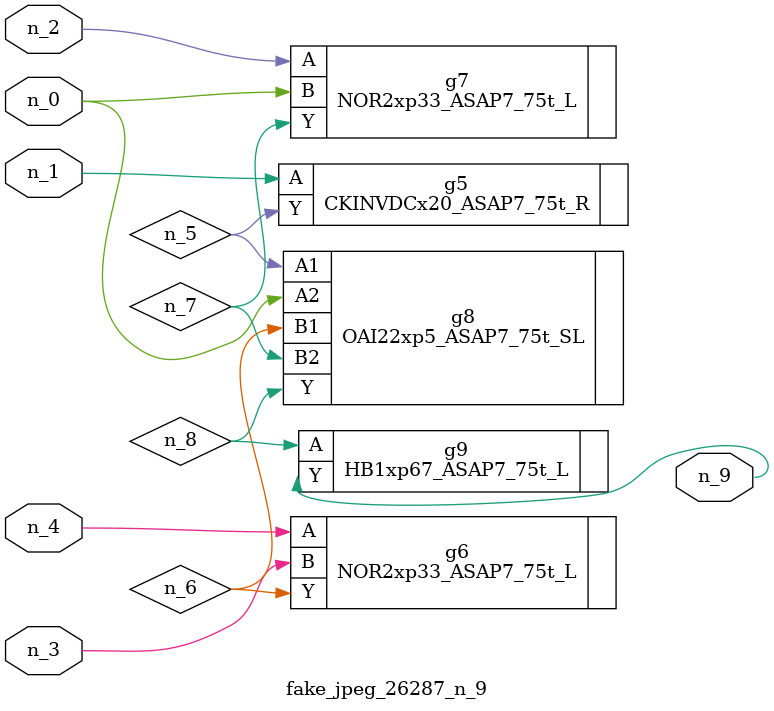
<source format=v>
module fake_jpeg_26287_n_9 (n_3, n_2, n_1, n_0, n_4, n_9);

input n_3;
input n_2;
input n_1;
input n_0;
input n_4;

output n_9;

wire n_8;
wire n_6;
wire n_5;
wire n_7;

CKINVDCx20_ASAP7_75t_R g5 ( 
.A(n_1),
.Y(n_5)
);

NOR2xp33_ASAP7_75t_L g6 ( 
.A(n_4),
.B(n_3),
.Y(n_6)
);

NOR2xp33_ASAP7_75t_L g7 ( 
.A(n_2),
.B(n_0),
.Y(n_7)
);

OAI22xp5_ASAP7_75t_SL g8 ( 
.A1(n_5),
.A2(n_0),
.B1(n_6),
.B2(n_7),
.Y(n_8)
);

HB1xp67_ASAP7_75t_L g9 ( 
.A(n_8),
.Y(n_9)
);


endmodule
</source>
